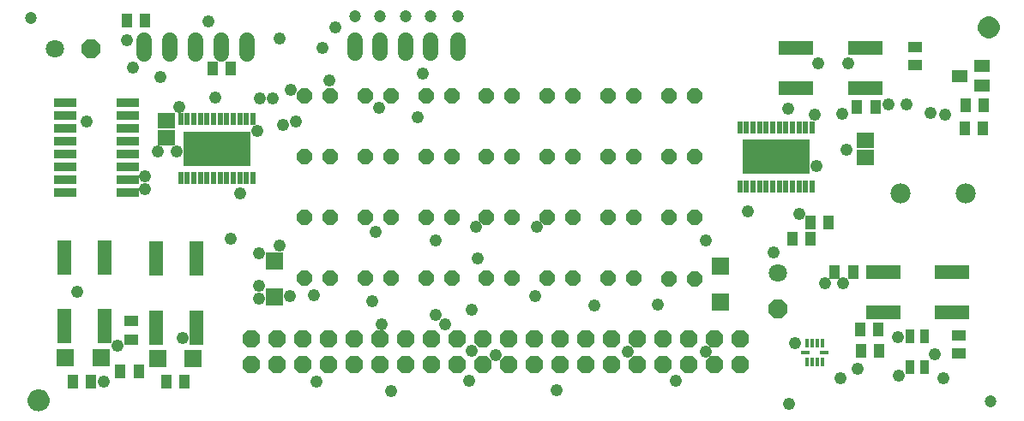
<source format=gts>
G75*
%MOIN*%
%OFA0B0*%
%FSLAX24Y24*%
%IPPOS*%
%LPD*%
%AMOC8*
5,1,8,0,0,1.08239X$1,22.5*
%
%ADD10OC8,0.0600*%
%ADD11R,0.0356X0.0552*%
%ADD12C,0.0600*%
%ADD13R,0.0395X0.0552*%
%ADD14R,0.0552X0.0395*%
%ADD15C,0.0595*%
%ADD16C,0.0474*%
%ADD17C,0.0780*%
%ADD18OC8,0.0680*%
%ADD19R,0.0671X0.0671*%
%ADD20OC8,0.0710*%
%ADD21C,0.0710*%
%ADD22R,0.0631X0.0474*%
%ADD23R,0.0880X0.0340*%
%ADD24R,0.0552X0.1340*%
%ADD25R,0.1340X0.0552*%
%ADD26R,0.0200X0.0470*%
%ADD27R,0.2620X0.1360*%
%ADD28R,0.0671X0.0592*%
%ADD29R,0.0138X0.0344*%
%ADD30R,0.0344X0.0138*%
%ADD31C,0.0050*%
%ADD32C,0.0480*%
D10*
X013043Y007881D03*
X014043Y007881D03*
X015405Y007881D03*
X016405Y007881D03*
X017767Y007881D03*
X018767Y007881D03*
X020130Y007881D03*
X021130Y007881D03*
X022492Y007881D03*
X023492Y007881D03*
X024854Y007881D03*
X025854Y007881D03*
X027216Y007842D03*
X028216Y007842D03*
X028216Y010244D03*
X027216Y010244D03*
X025854Y010244D03*
X024854Y010244D03*
X023492Y010244D03*
X022492Y010244D03*
X021130Y010244D03*
X020130Y010244D03*
X018767Y010244D03*
X017767Y010244D03*
X016405Y010244D03*
X015405Y010244D03*
X014043Y010244D03*
X013043Y010244D03*
X013043Y012606D03*
X014043Y012606D03*
X015405Y012606D03*
X016405Y012606D03*
X017767Y012606D03*
X018767Y012606D03*
X020130Y012606D03*
X021130Y012606D03*
X022492Y012606D03*
X023492Y012606D03*
X024854Y012606D03*
X025854Y012606D03*
X027216Y012606D03*
X028216Y012606D03*
X028216Y014968D03*
X027216Y014968D03*
X025854Y014968D03*
X024854Y014968D03*
X023492Y014968D03*
X022492Y014968D03*
X021130Y014968D03*
X020130Y014968D03*
X018767Y014968D03*
X017767Y014968D03*
X016405Y014968D03*
X015405Y014968D03*
X014043Y014968D03*
X013043Y014968D03*
D11*
X036594Y005598D03*
X037145Y005598D03*
X037145Y004417D03*
X036594Y004417D03*
D12*
X010830Y016625D02*
X010830Y017145D01*
X009830Y017145D02*
X009830Y016625D01*
X008830Y016625D02*
X008830Y017145D01*
X007830Y017145D02*
X007830Y016625D01*
X006830Y016625D02*
X006830Y017145D01*
D13*
X006850Y017921D03*
X006141Y017921D03*
X009488Y016031D03*
X010197Y016031D03*
X032008Y009417D03*
X032716Y009417D03*
X032716Y010047D03*
X033425Y010047D03*
X033661Y008118D03*
X034370Y008118D03*
X034657Y005866D03*
X035366Y005866D03*
X035382Y005055D03*
X034673Y005055D03*
X038700Y013708D03*
X039409Y013708D03*
X039448Y014614D03*
X038740Y014614D03*
X035236Y014535D03*
X034527Y014535D03*
X008385Y003826D03*
X007677Y003826D03*
X006602Y004244D03*
X005893Y004244D03*
X004763Y003826D03*
X004055Y003826D03*
D14*
X006311Y005484D03*
X006311Y006193D03*
X036767Y016169D03*
X036767Y016878D03*
X038480Y005657D03*
X038480Y004948D03*
D15*
X019015Y016640D02*
X019015Y017155D01*
X017952Y017155D02*
X017952Y016640D01*
X016968Y016640D02*
X016968Y017155D01*
X015984Y017155D02*
X015984Y016640D01*
X015000Y016640D02*
X015000Y017155D01*
D16*
X015000Y018078D03*
X015984Y018078D03*
X016968Y018078D03*
X017952Y018078D03*
X019015Y018078D03*
X002401Y018000D03*
X039724Y003078D03*
D17*
X038760Y011189D03*
X036200Y011189D03*
D18*
X029972Y005507D03*
X028972Y005507D03*
X027972Y005507D03*
X026972Y005507D03*
X025972Y005507D03*
X024972Y005507D03*
X023972Y005507D03*
X022972Y005507D03*
X021972Y005507D03*
X020972Y005507D03*
X019972Y005507D03*
X018972Y005507D03*
X017972Y005507D03*
X016972Y005507D03*
X015972Y005507D03*
X014972Y005507D03*
X013972Y005507D03*
X012972Y005507D03*
X011972Y005507D03*
X010972Y005507D03*
X010972Y004507D03*
X011972Y004507D03*
X012972Y004507D03*
X013972Y004507D03*
X014972Y004507D03*
X015972Y004507D03*
X016972Y004507D03*
X017972Y004507D03*
X018972Y004507D03*
X019972Y004507D03*
X020972Y004507D03*
X021972Y004507D03*
X022972Y004507D03*
X023972Y004507D03*
X024972Y004507D03*
X025972Y004507D03*
X026972Y004507D03*
X027972Y004507D03*
X028972Y004507D03*
X029972Y004507D03*
D19*
X029212Y006956D03*
X029212Y008334D03*
X011889Y008531D03*
X011889Y007153D03*
X008720Y004732D03*
X007342Y004732D03*
X005137Y004771D03*
X003760Y004771D03*
D20*
X004755Y016819D03*
X031456Y006670D03*
D21*
X031456Y008070D03*
X003355Y016819D03*
D22*
X038504Y015756D03*
X039370Y016130D03*
X039370Y015381D03*
D23*
X006170Y014710D03*
X006170Y014210D03*
X006170Y013710D03*
X006170Y013210D03*
X006170Y012710D03*
X006170Y012210D03*
X006170Y011710D03*
X006170Y011210D03*
X003750Y011210D03*
X003750Y011710D03*
X003750Y012210D03*
X003750Y012710D03*
X003750Y013210D03*
X003750Y013710D03*
X003750Y014210D03*
X003750Y014710D03*
D24*
X003700Y008669D03*
X005275Y008669D03*
X007283Y008630D03*
X008858Y008630D03*
X008858Y005952D03*
X007283Y005952D03*
X005275Y005992D03*
X003700Y005992D03*
D25*
X032165Y015283D03*
X034842Y015283D03*
X034842Y016858D03*
X032165Y016858D03*
X035551Y008118D03*
X038228Y008118D03*
X038228Y006543D03*
X035551Y006543D03*
D26*
X032785Y011457D03*
X032529Y011457D03*
X032273Y011457D03*
X032017Y011457D03*
X031761Y011457D03*
X031506Y011457D03*
X031250Y011457D03*
X030994Y011457D03*
X030738Y011457D03*
X030482Y011457D03*
X030226Y011457D03*
X029970Y011457D03*
X029970Y013755D03*
X030226Y013755D03*
X030482Y013755D03*
X030738Y013755D03*
X030994Y013755D03*
X031250Y013755D03*
X031506Y013755D03*
X031761Y013755D03*
X032017Y013755D03*
X032273Y013755D03*
X032529Y013755D03*
X032785Y013755D03*
X011053Y014070D03*
X010797Y014070D03*
X010541Y014070D03*
X010285Y014070D03*
X010029Y014070D03*
X009773Y014070D03*
X009517Y014070D03*
X009261Y014070D03*
X009006Y014070D03*
X008750Y014070D03*
X008494Y014070D03*
X008238Y014070D03*
X008238Y011772D03*
X008494Y011772D03*
X008750Y011772D03*
X009006Y011772D03*
X009261Y011772D03*
X009517Y011772D03*
X009773Y011772D03*
X010029Y011772D03*
X010285Y011772D03*
X010541Y011772D03*
X010797Y011772D03*
X011053Y011772D03*
D27*
X009645Y012921D03*
X031378Y012606D03*
D28*
X034842Y012586D03*
X034842Y013256D03*
X007677Y013334D03*
X007677Y014004D03*
D29*
X032578Y005327D03*
X032775Y005327D03*
X032972Y005327D03*
X033169Y005327D03*
X033169Y004609D03*
X032972Y004609D03*
X032775Y004609D03*
X032578Y004609D03*
D30*
X032514Y004968D03*
X033233Y004968D03*
D31*
X002519Y002777D02*
X002463Y002816D01*
X002415Y002865D01*
X002375Y002921D01*
X002346Y002983D01*
X002328Y003049D01*
X002323Y003118D01*
X002328Y003186D01*
X002346Y003252D01*
X002375Y003315D01*
X002415Y003371D01*
X002463Y003419D01*
X002519Y003459D01*
X002582Y003488D01*
X002648Y003505D01*
X002716Y003511D01*
X002785Y003505D01*
X002851Y003488D01*
X002913Y003459D01*
X002969Y003419D01*
X003018Y003371D01*
X003057Y003315D01*
X003086Y003252D01*
X003104Y003186D01*
X003110Y003118D01*
X003104Y003049D01*
X003086Y002983D01*
X003057Y002921D01*
X003018Y002865D01*
X002969Y002816D01*
X002913Y002777D01*
X002851Y002748D01*
X002785Y002730D01*
X002716Y002724D01*
X002648Y002730D01*
X002582Y002748D01*
X002519Y002777D01*
X002481Y002803D02*
X002951Y002803D01*
X003005Y002852D02*
X002427Y002852D01*
X002390Y002900D02*
X003043Y002900D01*
X003070Y002949D02*
X002362Y002949D01*
X002342Y002997D02*
X003090Y002997D01*
X003103Y003046D02*
X002329Y003046D01*
X002325Y003094D02*
X003108Y003094D01*
X003108Y003143D02*
X002325Y003143D01*
X002330Y003191D02*
X003103Y003191D01*
X003090Y003240D02*
X002343Y003240D01*
X002363Y003288D02*
X003069Y003288D01*
X003042Y003337D02*
X002391Y003337D01*
X002429Y003385D02*
X003003Y003385D01*
X002949Y003434D02*
X002484Y003434D01*
X002570Y003482D02*
X002862Y003482D01*
X002866Y002755D02*
X002566Y002755D01*
X039275Y017511D02*
X039258Y017577D01*
X039252Y017645D01*
X039258Y017714D01*
X039275Y017780D01*
X039304Y017842D01*
X039344Y017898D01*
X039392Y017947D01*
X039448Y017986D01*
X039511Y018015D01*
X039577Y018033D01*
X039645Y018039D01*
X039714Y018033D01*
X039780Y018015D01*
X039842Y017986D01*
X039898Y017947D01*
X039947Y017898D01*
X039986Y017842D01*
X040015Y017780D01*
X040033Y017714D01*
X040039Y017645D01*
X040033Y017577D01*
X040015Y017511D01*
X039986Y017448D01*
X039947Y017392D01*
X039898Y017344D01*
X039842Y017304D01*
X039780Y017275D01*
X039714Y017258D01*
X039645Y017252D01*
X039577Y017258D01*
X039511Y017275D01*
X039448Y017304D01*
X039392Y017344D01*
X039344Y017392D01*
X039304Y017448D01*
X039275Y017511D01*
X039281Y017499D02*
X040010Y017499D01*
X040025Y017547D02*
X039266Y017547D01*
X039256Y017596D02*
X040035Y017596D01*
X040039Y017644D02*
X039252Y017644D01*
X039256Y017693D02*
X040035Y017693D01*
X040026Y017741D02*
X039265Y017741D01*
X039280Y017790D02*
X040011Y017790D01*
X039988Y017838D02*
X039303Y017838D01*
X039336Y017887D02*
X039955Y017887D01*
X039910Y017935D02*
X039381Y017935D01*
X039445Y017984D02*
X039845Y017984D01*
X039716Y018032D02*
X039575Y018032D01*
X039303Y017450D02*
X039987Y017450D01*
X039954Y017402D02*
X039337Y017402D01*
X039383Y017353D02*
X039908Y017353D01*
X039843Y017305D02*
X039448Y017305D01*
X039590Y017256D02*
X039701Y017256D01*
D32*
X036456Y014653D03*
X035748Y014653D03*
X037372Y014323D03*
X037957Y014233D03*
X034132Y012883D03*
X032962Y012253D03*
X032287Y010363D03*
X030275Y010480D03*
X028642Y009328D03*
X031297Y008878D03*
X033277Y007663D03*
X033997Y007663D03*
X036102Y005559D03*
X037552Y004918D03*
X037874Y003984D03*
X036157Y004063D03*
X034537Y004333D03*
X033896Y003973D03*
X031882Y002983D03*
X028642Y005008D03*
X027472Y003883D03*
X025627Y005008D03*
X022837Y003523D03*
X020497Y004873D03*
X019552Y005053D03*
X019462Y003883D03*
X016402Y003478D03*
X013522Y003838D03*
X016042Y006088D03*
X015682Y006988D03*
X013432Y007213D03*
X012487Y007168D03*
X011272Y007078D03*
X011272Y007573D03*
X011272Y008833D03*
X012082Y009148D03*
X010192Y009418D03*
X010552Y011173D03*
X008077Y012793D03*
X007357Y012793D03*
X006862Y011848D03*
X006862Y011353D03*
X011227Y013603D03*
X012217Y013828D03*
X012712Y013963D03*
X011812Y014863D03*
X011317Y014863D03*
X012532Y015223D03*
X014017Y015583D03*
X015952Y014503D03*
X017437Y014143D03*
X017662Y015853D03*
X014252Y017645D03*
X013747Y016843D03*
X012086Y017212D03*
X009320Y017878D03*
X006142Y017158D03*
X006367Y016078D03*
X007447Y015718D03*
X008167Y014548D03*
X009584Y014908D03*
X004567Y013963D03*
X015817Y009688D03*
X018157Y009328D03*
X019732Y009868D03*
X019777Y008653D03*
X022072Y009868D03*
X022027Y007168D03*
X024322Y006808D03*
X026797Y006853D03*
X032129Y005329D03*
X019552Y006628D03*
X018517Y006088D03*
X018157Y006448D03*
X008302Y005548D03*
X005782Y005233D03*
X005242Y003838D03*
X004207Y007348D03*
X031837Y014486D03*
X032872Y014233D03*
X033952Y014278D03*
X034173Y016228D03*
X033031Y016228D03*
M02*

</source>
